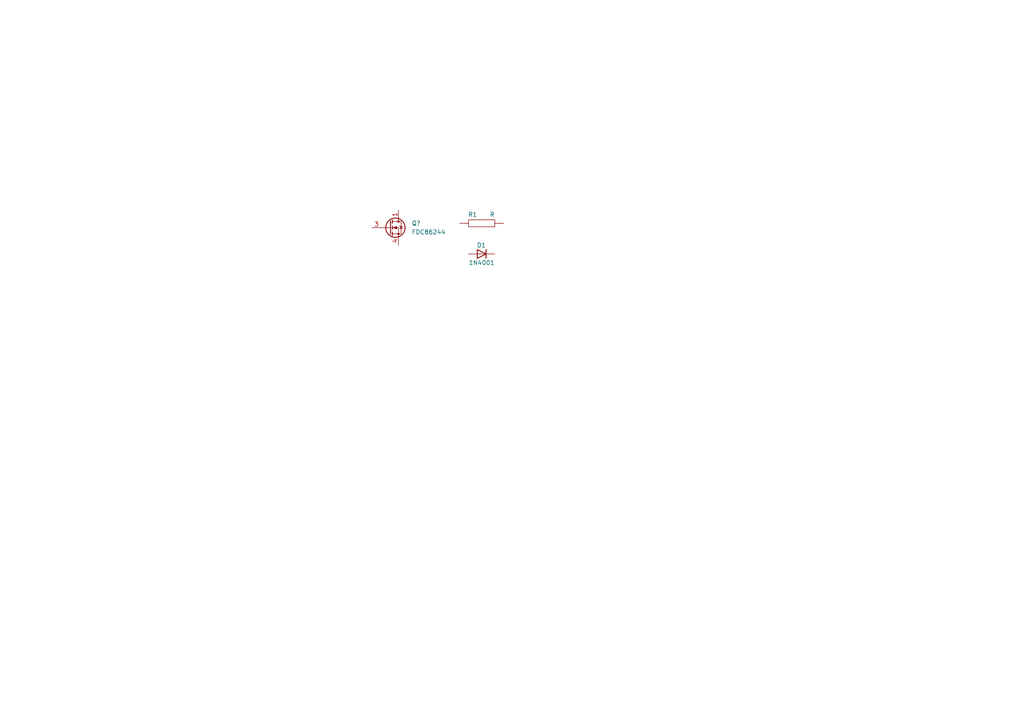
<source format=kicad_sch>
(kicad_sch (version 20211123) (generator eeschema)
  (paper "A4")
  (lib_symbols
    (symbol "Diode:1N4001" (pin_numbers hide) (pin_names (offset 1.016) hide)
      (property "Reference" "D" (at 0 2.54 0))
      (property "Value" "1N4001" (at 0 -2.54 0))
      (symbol "1N4001_0_1"
        (polyline (pts (xy -1.27 1.27) (xy -1.27 -1.27)) (stroke (width 0.254)))
        (polyline (pts (xy 1.27 0) (xy -1.27 0)))
        (polyline (pts (xy 1.27 1.27) (xy 1.27 -1.27) (xy -1.27 0) (xy 1.27 1.27)) (stroke (width 0.254)))
      )
      (symbol "1N4001_1_1"
        (pin passive line (at -3.81 0 0) (length 2.54) (name "K") (number "1"))
        (pin passive line (at 3.81 0 180) (length 2.54) (name "A") (number "2"))
      )
    )
    (symbol "Transistor_FET:FDC86244" (pin_names hide)
      (property "Reference" "Q" (at 5.08 1.905 0))
      (property "Value" "FDC86244" (at 5.08 0 0))
      (symbol "FDC86244_0_1"
        (polyline (pts (xy 0.254 0) (xy -2.54 0)))
        (polyline (pts (xy 0.254 1.905) (xy 0.254 -1.905)) (stroke (width 0.254)))
        (polyline (pts (xy 0.762 -1.27) (xy 0.762 -2.286)) (stroke (width 0.254)))
        (polyline (pts (xy 0.762 0.508) (xy 0.762 -0.508)) (stroke (width 0.254)))
        (polyline (pts (xy 0.762 2.286) (xy 0.762 1.27)) (stroke (width 0.254)))
        (polyline (pts (xy 2.54 2.54) (xy 2.54 1.778)))
        (polyline (pts (xy 2.54 -2.54) (xy 2.54 0) (xy 0.762 0)))
        (polyline (pts (xy 0.762 -1.778) (xy 3.302 -1.778) (xy 3.302 1.778) (xy 0.762 1.778)))
        (polyline (pts (xy 1.016 0) (xy 2.032 0.381) (xy 2.032 -0.381) (xy 1.016 0)) (fill (type outline)))
        (polyline (pts (xy 2.794 0.508) (xy 2.921 0.381) (xy 3.683 0.381) (xy 3.81 0.254)))
        (polyline (pts (xy 3.302 0.381) (xy 2.921 -0.254) (xy 3.683 -0.254) (xy 3.302 0.381)))
        (circle (center 1.651 0) (radius 2.794) (stroke (width 0.254)))
        (circle (center 2.54 -1.778) (radius 0.254) (fill (type outline)))
        (circle (center 2.54 1.778) (radius 0.254) (fill (type outline)))
      )
      (symbol "FDC86244_1_1"
        (pin passive line (at 2.54 5.08 270) (length 2.54) (name "D") (number "1"))
        (pin passive line (at 2.54 5.08 270) (length 2.54) hide (name "D") (number "2"))
        (pin passive line (at -5.08 0 0) (length 2.54) (name "G") (number "3"))
        (pin passive line (at 2.54 -5.08 90) (length 2.54) (name "S") (number "4"))
        (pin passive line (at 2.54 5.08 270) (length 2.54) hide (name "D") (number "5"))
        (pin passive line (at 2.54 5.08 270) (length 2.54) hide (name "D") (number "6"))
      )
    )
    (symbol "pspice:R" (pin_numbers hide) (pin_names (offset 0))
      (property "Reference" "R" (at 2.032 0 90))
      (property "Value" "R" (at 0 0 90))
      (symbol "R_0_1"
        (rectangle (start -1.016 3.81) (end 1.016 -3.81))
      )
      (symbol "R_1_1"
        (pin passive line (at 0 6.35 270) (length 2.54) (name "~") (number "1"))
        (pin passive line (at 0 -6.35 90) (length 2.54) (name "~") (number "2"))
      )
    )
  )
  (symbol (lib_id "Transistor_FET:FDC86244") (at 113.03 66.04 0) (unit 1)
    (property "Reference" "Q?" (at 119.38 64.7699 0) (effects (justify left)))
    (property "Value" "FDC86244" (at 119.38 67.3099 0) (effects (justify left)))
    (property "Footprint" "Package_TO_SOT_SMD:SuperSOT-6" (effects hide))
    (property "Datasheet" "https://www.onsemi.com/pub/Collateral/FDC86244-D.pdf" (effects hide))
  )
  (symbol (lib_id "pspice:R") (at 139.7 64.77 90) (unit 1)
    (property "Reference" "R1" (at 138.43 62.23 90) (effects (justify left)))
    (property "Value" "R" (at 143.51 62.23 90) (effects (justify left)))
  )
  (symbol (lib_id "Diode:1N4001") (at 139.7 73.66 180) (unit 1)
    (property "Reference" "D1" (at 140.97 71.12 0) (effects (justify left)))
    (property "Value" "1N4001" (at 143.51 76.2 0) (effects (justify left)))
    (property "Footprint" "Diode_THT:D_DO-41_SOD81_P10.16mm_Horizontal" (effects hide))
    (property "Datasheet" "http://www.vishay.com/docs/88503/1n4001.pdf" (effects hide))
  )
)
</source>
